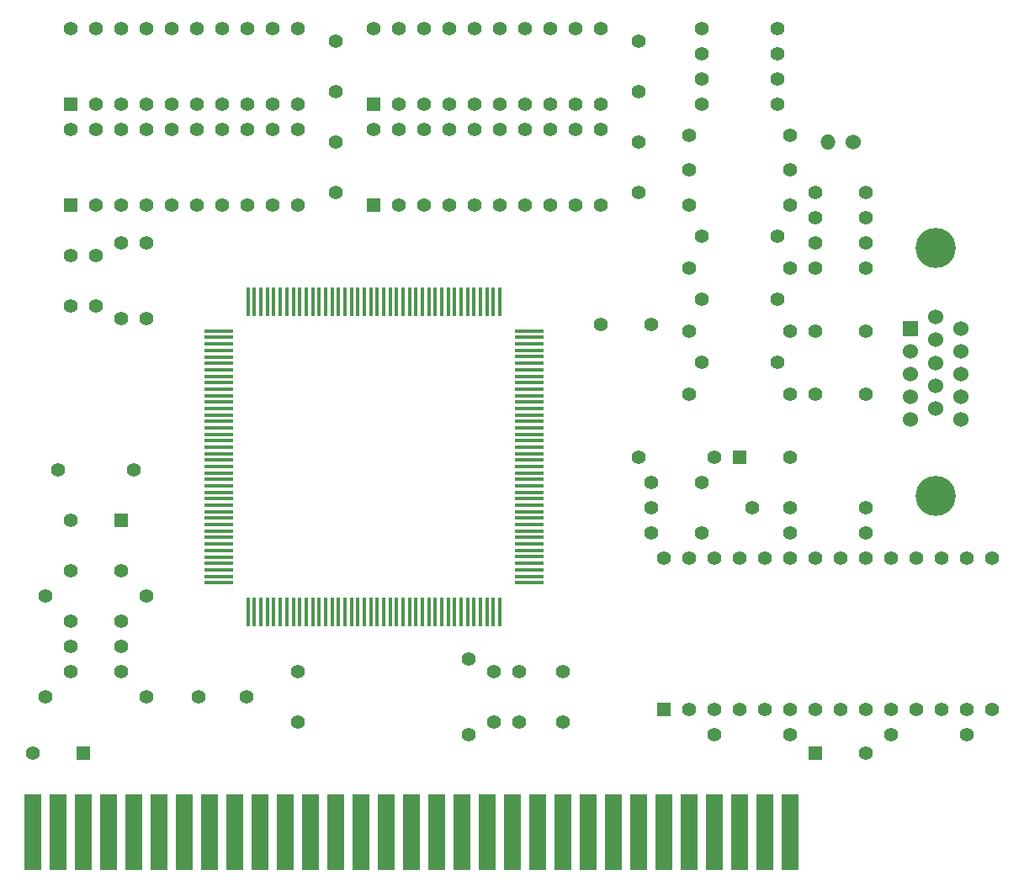
<source format=gts>
%TF.GenerationSoftware,KiCad,Pcbnew,(5.1.8)-1*%
%TF.CreationDate,2021-06-29T12:52:16-07:00*%
%TF.ProjectId,isa_svga,6973615f-7376-4676-912e-6b696361645f,rev?*%
%TF.SameCoordinates,Original*%
%TF.FileFunction,Soldermask,Top*%
%TF.FilePolarity,Negative*%
%FSLAX46Y46*%
G04 Gerber Fmt 4.6, Leading zero omitted, Abs format (unit mm)*
G04 Created by KiCad (PCBNEW (5.1.8)-1) date 2021-06-29 12:52:16*
%MOMM*%
%LPD*%
G01*
G04 APERTURE LIST*
%ADD10R,1.397000X1.397000*%
%ADD11C,1.397000*%
%ADD12R,1.778000X7.620000*%
%ADD13C,4.048760*%
%ADD14R,1.524000X1.524000*%
%ADD15C,1.524000*%
%ADD16R,2.999740X0.350520*%
%ADD17R,0.350520X2.999740*%
%ADD18O,1.524000X1.524000*%
G04 APERTURE END LIST*
D10*
%TO.C,U2*%
X167640000Y-118110000D03*
D11*
X170180000Y-118110000D03*
X172720000Y-118110000D03*
X175260000Y-118110000D03*
X177800000Y-118110000D03*
X180340000Y-118110000D03*
X182880000Y-118110000D03*
X185420000Y-118110000D03*
X187960000Y-118110000D03*
X190500000Y-118110000D03*
X193040000Y-118110000D03*
X195580000Y-118110000D03*
X198120000Y-118110000D03*
X200660000Y-118110000D03*
X200660000Y-102870000D03*
X198120000Y-102870000D03*
X195580000Y-102870000D03*
X193040000Y-102870000D03*
X190500000Y-102870000D03*
X187960000Y-102870000D03*
X185420000Y-102870000D03*
X182880000Y-102870000D03*
X180340000Y-102870000D03*
X177800000Y-102870000D03*
X175260000Y-102870000D03*
X172720000Y-102870000D03*
X170180000Y-102870000D03*
X167640000Y-102870000D03*
%TD*%
%TO.C,R15*%
X113030000Y-78740000D03*
X113030000Y-71120000D03*
%TD*%
%TO.C,R7*%
X171450000Y-52070000D03*
X179070000Y-52070000D03*
%TD*%
%TO.C,R8*%
X179070000Y-57150000D03*
X171450000Y-57150000D03*
%TD*%
%TO.C,R9*%
X180340000Y-120650000D03*
X172720000Y-120650000D03*
%TD*%
%TO.C,R6*%
X171450000Y-54610000D03*
X179070000Y-54610000D03*
%TD*%
%TO.C,R10*%
X165100000Y-92710000D03*
X172720000Y-92710000D03*
%TD*%
%TO.C,R11*%
X171450000Y-70485000D03*
X179070000Y-70485000D03*
%TD*%
%TO.C,R12*%
X171450000Y-76835000D03*
X179070000Y-76835000D03*
%TD*%
%TO.C,R13*%
X171450000Y-83185000D03*
X179070000Y-83185000D03*
%TD*%
%TO.C,R14*%
X147955000Y-120650000D03*
X147955000Y-113030000D03*
%TD*%
%TO.C,R16*%
X115570000Y-78740000D03*
X115570000Y-71120000D03*
%TD*%
%TO.C,R5*%
X198120000Y-120650000D03*
X190500000Y-120650000D03*
%TD*%
%TO.C,R4*%
X187960000Y-97790000D03*
X180340000Y-97790000D03*
%TD*%
%TO.C,R3*%
X187960000Y-100330000D03*
X180340000Y-100330000D03*
%TD*%
%TO.C,R2*%
X171450000Y-49530000D03*
X179070000Y-49530000D03*
%TD*%
%TO.C,R1*%
X106680000Y-93980000D03*
X114300000Y-93980000D03*
%TD*%
D10*
%TO.C,U5*%
X138430000Y-57150000D03*
D11*
X140970000Y-57150000D03*
X143510000Y-57150000D03*
X146050000Y-57150000D03*
X148590000Y-57150000D03*
X151130000Y-57150000D03*
X153670000Y-57150000D03*
X156210000Y-57150000D03*
X158750000Y-57150000D03*
X161290000Y-57150000D03*
X161290000Y-49530000D03*
X158750000Y-49530000D03*
X156210000Y-49530000D03*
X153670000Y-49530000D03*
X151130000Y-49530000D03*
X148590000Y-49530000D03*
X146050000Y-49530000D03*
X143510000Y-49530000D03*
X140970000Y-49530000D03*
X138430000Y-49530000D03*
%TD*%
D10*
%TO.C,U6*%
X107950000Y-57150000D03*
D11*
X110490000Y-57150000D03*
X113030000Y-57150000D03*
X115570000Y-57150000D03*
X118110000Y-57150000D03*
X120650000Y-57150000D03*
X123190000Y-57150000D03*
X125730000Y-57150000D03*
X128270000Y-57150000D03*
X130810000Y-57150000D03*
X130810000Y-49530000D03*
X128270000Y-49530000D03*
X125730000Y-49530000D03*
X123190000Y-49530000D03*
X120650000Y-49530000D03*
X118110000Y-49530000D03*
X115570000Y-49530000D03*
X113030000Y-49530000D03*
X110490000Y-49530000D03*
X107950000Y-49530000D03*
%TD*%
D10*
%TO.C,U3*%
X138430000Y-67310000D03*
D11*
X140970000Y-67310000D03*
X143510000Y-67310000D03*
X146050000Y-67310000D03*
X148590000Y-67310000D03*
X151130000Y-67310000D03*
X153670000Y-67310000D03*
X156210000Y-67310000D03*
X158750000Y-67310000D03*
X161290000Y-67310000D03*
X161290000Y-59690000D03*
X158750000Y-59690000D03*
X156210000Y-59690000D03*
X153670000Y-59690000D03*
X151130000Y-59690000D03*
X148590000Y-59690000D03*
X146050000Y-59690000D03*
X143510000Y-59690000D03*
X140970000Y-59690000D03*
X138430000Y-59690000D03*
%TD*%
D10*
%TO.C,U4*%
X107950000Y-67310000D03*
D11*
X110490000Y-67310000D03*
X113030000Y-67310000D03*
X115570000Y-67310000D03*
X118110000Y-67310000D03*
X120650000Y-67310000D03*
X123190000Y-67310000D03*
X125730000Y-67310000D03*
X128270000Y-67310000D03*
X130810000Y-67310000D03*
X130810000Y-59690000D03*
X128270000Y-59690000D03*
X125730000Y-59690000D03*
X123190000Y-59690000D03*
X120650000Y-59690000D03*
X118110000Y-59690000D03*
X115570000Y-59690000D03*
X113030000Y-59690000D03*
X110490000Y-59690000D03*
X107950000Y-59690000D03*
%TD*%
D10*
%TO.C,C15*%
X113030000Y-99060000D03*
D11*
X107950000Y-99060000D03*
%TD*%
%TO.C,C1*%
X161290000Y-79375000D03*
X166370000Y-79375000D03*
%TD*%
%TO.C,C2*%
X166370000Y-100330000D03*
X171450000Y-100330000D03*
%TD*%
%TO.C,C3*%
X165100000Y-66040000D03*
X165100000Y-60960000D03*
%TD*%
%TO.C,C4*%
X134620000Y-66040000D03*
X134620000Y-60960000D03*
%TD*%
%TO.C,C6*%
X134620000Y-55880000D03*
X134620000Y-50800000D03*
%TD*%
%TO.C,C8*%
X113030000Y-104140000D03*
X107950000Y-104140000D03*
%TD*%
%TO.C,C9*%
X113030000Y-109220000D03*
X107950000Y-109220000D03*
%TD*%
%TO.C,C10*%
X166370000Y-95250000D03*
X171450000Y-95250000D03*
%TD*%
%TO.C,C11*%
X107950000Y-114300000D03*
X113030000Y-114300000D03*
%TD*%
%TO.C,C12*%
X113030000Y-111760000D03*
X107950000Y-111760000D03*
%TD*%
%TO.C,C17*%
X182880000Y-71120000D03*
X187960000Y-71120000D03*
%TD*%
%TO.C,C18*%
X157480000Y-114300000D03*
X157480000Y-119380000D03*
%TD*%
%TO.C,C19*%
X153035000Y-114300000D03*
X153035000Y-119380000D03*
%TD*%
%TO.C,C20*%
X150495000Y-114300000D03*
X150495000Y-119380000D03*
%TD*%
%TO.C,C21*%
X107950000Y-72390000D03*
X107950000Y-77470000D03*
%TD*%
%TO.C,C22*%
X110490000Y-72390000D03*
X110490000Y-77470000D03*
%TD*%
%TO.C,C23*%
X182880000Y-73660000D03*
X187960000Y-73660000D03*
%TD*%
%TO.C,C25*%
X182880000Y-86360000D03*
X187960000Y-86360000D03*
%TD*%
D12*
%TO.C,BUS1*%
X180340000Y-130492500D03*
X177800000Y-130492500D03*
X175260000Y-130492500D03*
X172720000Y-130492500D03*
X170180000Y-130492500D03*
X167640000Y-130492500D03*
X165100000Y-130492500D03*
X162560000Y-130492500D03*
X160020000Y-130492500D03*
X157480000Y-130492500D03*
X154940000Y-130492500D03*
X152400000Y-130492500D03*
X149860000Y-130492500D03*
X147320000Y-130492500D03*
X144780000Y-130492500D03*
X142240000Y-130492500D03*
X139700000Y-130492500D03*
X137160000Y-130492500D03*
X134620000Y-130492500D03*
X132080000Y-130492500D03*
X129540000Y-130492500D03*
X127000000Y-130492500D03*
X124460000Y-130492500D03*
X121920000Y-130492500D03*
X119380000Y-130492500D03*
X116840000Y-130492500D03*
X114300000Y-130492500D03*
X111760000Y-130492500D03*
X109220000Y-130492500D03*
X106680000Y-130492500D03*
X104140000Y-130492500D03*
%TD*%
D13*
%TO.C,P1*%
X194945000Y-96619060D03*
X194945000Y-71630540D03*
D14*
X192405000Y-79783940D03*
D15*
X192405000Y-82075020D03*
X192405000Y-84373720D03*
X192405000Y-86664800D03*
X192405000Y-88955880D03*
X194945000Y-85519260D03*
X194945000Y-83230720D03*
X194945000Y-80939640D03*
X194945000Y-78648560D03*
X194945000Y-87810340D03*
X197485000Y-79783940D03*
X197485000Y-82075020D03*
X197485000Y-84373720D03*
X197485000Y-86664800D03*
X197485000Y-88955880D03*
%TD*%
D16*
%TO.C,U1*%
X154030680Y-105384600D03*
X154030680Y-104734360D03*
X154030680Y-104084120D03*
X154030680Y-103433880D03*
X154030680Y-102783640D03*
X154030680Y-102133400D03*
X154030680Y-101483160D03*
X154030680Y-100835460D03*
X154030680Y-100185220D03*
X154030680Y-99534980D03*
X154030680Y-98884740D03*
X154030680Y-98234500D03*
X154030680Y-97584260D03*
X154030680Y-96934020D03*
X154030680Y-96283780D03*
X154030680Y-95633540D03*
X154030680Y-94983300D03*
X154030680Y-94333060D03*
X154030680Y-93685360D03*
X154030680Y-93035120D03*
X154030680Y-92384880D03*
X154030680Y-91734640D03*
X154030680Y-91084400D03*
X154030680Y-90434160D03*
X154030680Y-89783920D03*
X154030680Y-89133680D03*
X154030680Y-88483440D03*
X154030680Y-87833200D03*
X154030680Y-87185500D03*
X154030680Y-86535260D03*
X154030680Y-85885020D03*
X154030680Y-85234780D03*
X154030680Y-84584540D03*
X154030680Y-83934300D03*
X154030680Y-83284060D03*
X154030680Y-82633820D03*
X154030680Y-81983580D03*
X154030680Y-81333340D03*
X154030680Y-80683100D03*
X154030680Y-80035400D03*
X122829320Y-80035400D03*
X122829320Y-80685640D03*
X122829320Y-81335880D03*
X122829320Y-81986120D03*
X122829320Y-82636360D03*
X122829320Y-83284060D03*
X122829320Y-83934300D03*
X122829320Y-84584540D03*
X122829320Y-85234780D03*
X122829320Y-85885020D03*
X122829320Y-86535260D03*
X122829320Y-87185500D03*
X122829320Y-87835740D03*
X122829320Y-88485980D03*
X122829320Y-89136220D03*
X122829320Y-89783920D03*
X122829320Y-90434160D03*
X122829320Y-91084400D03*
X122829320Y-91734640D03*
X122829320Y-92384880D03*
X122829320Y-93035120D03*
X122829320Y-93685360D03*
X122829320Y-94335600D03*
X122829320Y-94985840D03*
X122829320Y-95636080D03*
X122829320Y-96286320D03*
X122829320Y-96934020D03*
X122829320Y-97584260D03*
X122829320Y-98234500D03*
X122829320Y-98884740D03*
X122829320Y-99534980D03*
X122829320Y-100185220D03*
X122829320Y-100835460D03*
X122829320Y-101485700D03*
X122829320Y-102135940D03*
X122829320Y-102786180D03*
X122829320Y-103433880D03*
X122829320Y-104084120D03*
X122829320Y-104734360D03*
X122829320Y-105384600D03*
D17*
X138104880Y-77109320D03*
X137454640Y-77109320D03*
X136804400Y-77109320D03*
X136154160Y-77109320D03*
X135503920Y-77109320D03*
X134853680Y-77109320D03*
X134205980Y-77109320D03*
X133555740Y-77109320D03*
X132905500Y-77109320D03*
X132255260Y-77109320D03*
X131605020Y-77109320D03*
X130954780Y-77109320D03*
X130304540Y-77109320D03*
X129654300Y-77109320D03*
X129004060Y-77109320D03*
X128353820Y-77109320D03*
X127706120Y-77109320D03*
X127055880Y-77109320D03*
X126405640Y-77109320D03*
X125755400Y-77109320D03*
X151104600Y-77109320D03*
X150454360Y-77109320D03*
X149804120Y-77109320D03*
X149153880Y-77109320D03*
X148506180Y-77109320D03*
X147855940Y-77109320D03*
X147205700Y-77109320D03*
X146555460Y-77109320D03*
X145905220Y-77109320D03*
X145254980Y-77109320D03*
X144604740Y-77109320D03*
X143954500Y-77109320D03*
X143304260Y-77109320D03*
X142654020Y-77109320D03*
X142006320Y-77109320D03*
X141356080Y-77109320D03*
X140705840Y-77109320D03*
X140055600Y-77109320D03*
X139405360Y-77109320D03*
X125755400Y-108310680D03*
X126405640Y-108310680D03*
X127055880Y-108310680D03*
X127706120Y-108310680D03*
X128353820Y-108310680D03*
X129004060Y-108310680D03*
X129654300Y-108310680D03*
X130304540Y-108310680D03*
X130954780Y-108310680D03*
X131605020Y-108310680D03*
X132255260Y-108310680D03*
X132905500Y-108310680D03*
X133555740Y-108310680D03*
X134205980Y-108310680D03*
X134853680Y-108310680D03*
X135503920Y-108310680D03*
X136154160Y-108310680D03*
X136804400Y-108310680D03*
X137454640Y-108310680D03*
X138104880Y-108310680D03*
X138755120Y-108310680D03*
X139405360Y-108310680D03*
X140055600Y-108310680D03*
X140705840Y-108310680D03*
X141356080Y-108310680D03*
X142003780Y-108310680D03*
X142654020Y-108310680D03*
X143304260Y-108310680D03*
X143954500Y-108310680D03*
X144604740Y-108310680D03*
X145254980Y-108310680D03*
X145905220Y-108310680D03*
X146555460Y-108310680D03*
X147205700Y-108310680D03*
X147855940Y-108310680D03*
X148503640Y-108310680D03*
X149153880Y-108310680D03*
X149804120Y-108310680D03*
X150454360Y-108310680D03*
X151104600Y-108310680D03*
X138755120Y-77109320D03*
%TD*%
D11*
%TO.C,X1*%
X125630940Y-116840000D03*
X120749060Y-116840000D03*
%TD*%
%TO.C,C5*%
X165100000Y-55880000D03*
X165100000Y-50800000D03*
%TD*%
%TO.C,C7*%
X130810000Y-114300000D03*
X130810000Y-119380000D03*
%TD*%
D10*
%TO.C,C13*%
X109220000Y-122555000D03*
D11*
X104140000Y-122555000D03*
%TD*%
D10*
%TO.C,C14*%
X182880000Y-122555000D03*
D11*
X187960000Y-122555000D03*
%TD*%
D10*
%TO.C,C16*%
X175260000Y-92710000D03*
D11*
X180340000Y-92710000D03*
%TD*%
%TO.C,C24*%
X182880000Y-80010000D03*
X187960000Y-80010000D03*
%TD*%
%TO.C,C26*%
X182880000Y-68580000D03*
X187960000Y-68580000D03*
%TD*%
%TO.C,C27*%
X182880000Y-66040000D03*
X187960000Y-66040000D03*
%TD*%
D18*
%TO.C,JP1*%
X184150000Y-60960000D03*
D15*
X186690000Y-60960000D03*
%TD*%
D11*
%TO.C,FB1*%
X170180000Y-73660000D03*
X180340000Y-73660000D03*
%TD*%
%TO.C,FB2*%
X170180000Y-80010000D03*
X180340000Y-80010000D03*
%TD*%
%TO.C,FB3*%
X170180000Y-86360000D03*
X180340000Y-86360000D03*
%TD*%
%TO.C,FB4*%
X180340000Y-60325000D03*
X170180000Y-60325000D03*
%TD*%
%TO.C,FB5*%
X180340000Y-63817500D03*
X170180000Y-63817500D03*
%TD*%
%TO.C,FB6*%
X180340000Y-67310000D03*
X170180000Y-67310000D03*
%TD*%
%TO.C,L1*%
X115570000Y-106680000D03*
X105410000Y-106680000D03*
%TD*%
%TO.C,L2*%
X105410000Y-116840000D03*
X115570000Y-116840000D03*
%TD*%
%TO.C,L3*%
X166370000Y-97790000D03*
X176530000Y-97790000D03*
%TD*%
M02*

</source>
